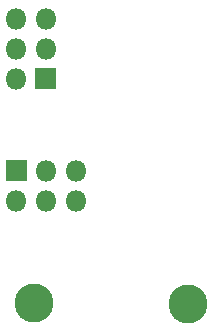
<source format=gts>
G04 #@! TF.GenerationSoftware,KiCad,Pcbnew,(5.1.8)-1*
G04 #@! TF.CreationDate,2021-02-09T21:34:11+01:00*
G04 #@! TF.ProjectId,attnodev2_prg_sml_u,6174746e-6f64-4657-9632-5f7072675f73,rev?*
G04 #@! TF.SameCoordinates,Original*
G04 #@! TF.FileFunction,Soldermask,Top*
G04 #@! TF.FilePolarity,Negative*
%FSLAX46Y46*%
G04 Gerber Fmt 4.6, Leading zero omitted, Abs format (unit mm)*
G04 Created by KiCad (PCBNEW (5.1.8)-1) date 2021-02-09 21:34:11*
%MOMM*%
%LPD*%
G01*
G04 APERTURE LIST*
%ADD10O,1.802000X1.802000*%
%ADD11C,3.302000*%
G04 APERTURE END LIST*
G36*
G01*
X62800600Y-72701000D02*
X61100600Y-72701000D01*
G75*
G02*
X61049600Y-72650000I0J51000D01*
G01*
X61049600Y-70950000D01*
G75*
G02*
X61100600Y-70899000I51000J0D01*
G01*
X62800600Y-70899000D01*
G75*
G02*
X62851600Y-70950000I0J-51000D01*
G01*
X62851600Y-72650000D01*
G75*
G02*
X62800600Y-72701000I-51000J0D01*
G01*
G37*
D10*
X61950600Y-74340000D03*
X64490600Y-71800000D03*
X64490600Y-74340000D03*
X67030600Y-71800000D03*
X67030600Y-74340000D03*
D11*
X76504800Y-83058000D03*
X63449200Y-83000000D03*
D10*
X61899800Y-58928000D03*
X64439800Y-58928000D03*
X61899800Y-61468000D03*
X64439800Y-61468000D03*
X61899800Y-64008000D03*
G36*
G01*
X65340800Y-63158000D02*
X65340800Y-64858000D01*
G75*
G02*
X65289800Y-64909000I-51000J0D01*
G01*
X63589800Y-64909000D01*
G75*
G02*
X63538800Y-64858000I0J51000D01*
G01*
X63538800Y-63158000D01*
G75*
G02*
X63589800Y-63107000I51000J0D01*
G01*
X65289800Y-63107000D01*
G75*
G02*
X65340800Y-63158000I0J-51000D01*
G01*
G37*
M02*

</source>
